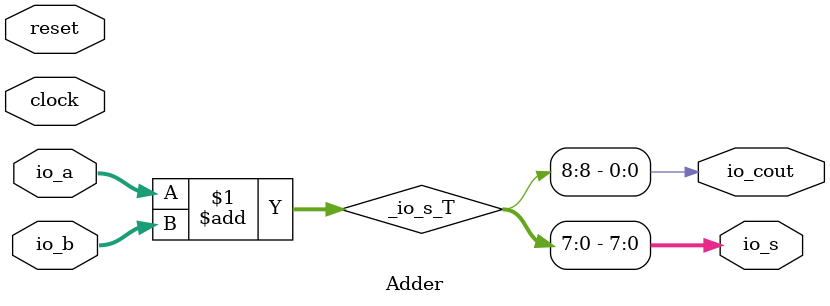
<source format=v>
module Adder(
  input        clock,
  input        reset,
  input  [7:0] io_a,
  input  [7:0] io_b,
  output [7:0] io_s,
  output       io_cout
);
  wire [8:0] _io_s_T = io_a + io_b; // @[chapter5_\uFFE7\uFF94\uFF9F\uFFE6\uFF88\uFF90Verilog\uFFE4\uFFB8\uFF8E\uFFE5\uFF9F\uFFBA\uFFE6\uFF9C\uFFAC\uFFE6\uFFB5\uFF8B\uFFE8\uFFAF\uFF95.scala 172:21]
  assign io_s = _io_s_T[7:0]; // @[chapter5_\uFFE7\uFF94\uFF9F\uFFE6\uFF88\uFF90Verilog\uFFE4\uFFB8\uFF8E\uFFE5\uFF9F\uFFBA\uFFE6\uFF9C\uFFAC\uFFE6\uFFB5\uFF8B\uFFE8\uFFAF\uFF95.scala 172:29]
  assign io_cout = _io_s_T[8]; // @[chapter5_\uFFE7\uFF94\uFF9F\uFFE6\uFF88\uFF90Verilog\uFFE4\uFFB8\uFF8E\uFFE5\uFF9F\uFFBA\uFFE6\uFF9C\uFFAC\uFFE6\uFFB5\uFF8B\uFFE8\uFFAF\uFF95.scala 173:32]
endmodule

</source>
